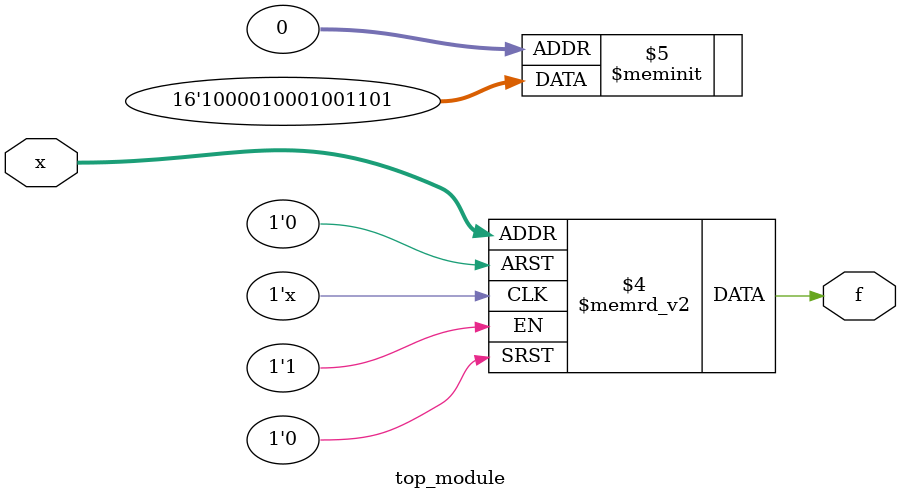
<source format=sv>
module top_module (
	input [4:1] x,
	output reg f
);
	always_comb begin
		case(x)
			4'b0000: f = 1;
			4'b0001: f = 0;
			4'b0011: f = 1;
			4'b0010: f = 1;
			4'b0110: f = 1;
			4'b0111: f = 0;
			4'b1111: f = 1;
			4'b1110: f = 0;
			4'b1010: f = 1;
			default: f = 0; // default case
		endcase
	end
endmodule

</source>
